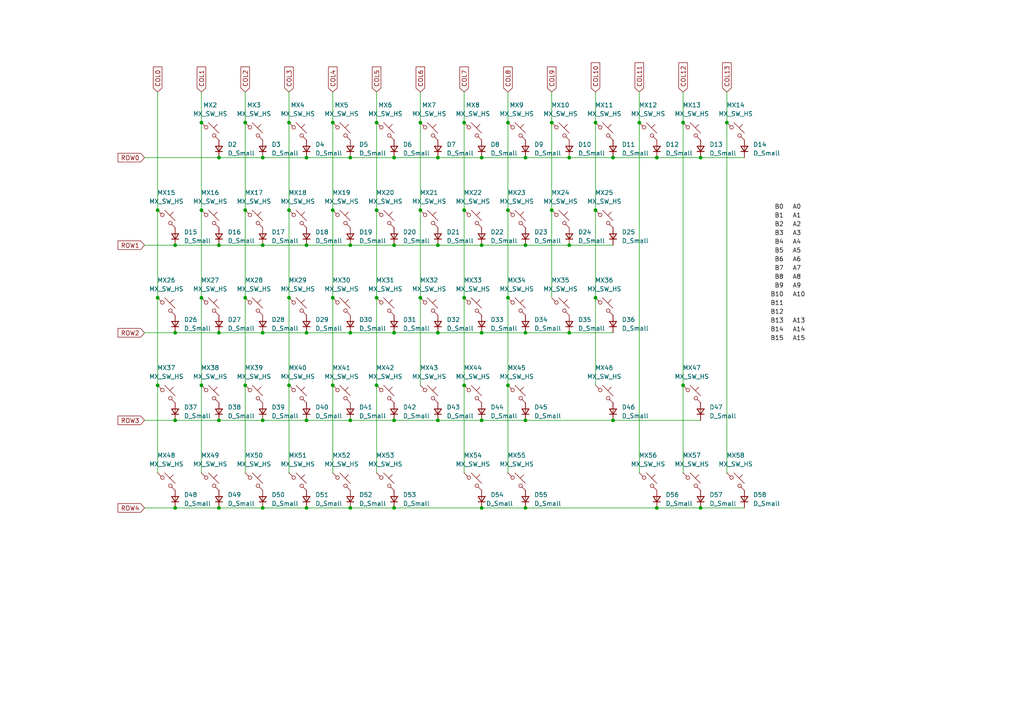
<source format=kicad_sch>
(kicad_sch (version 20231120) (generator "eeschema") (generator_version "8.0")
  (paper "A4")
  (junction (at 76.2 96.52))
  (junction (at 127 71.12))
  (junction (at 76.2 45.72))
  (junction (at 101.6 96.52))
  (junction (at 109.22 86.36))
  (junction (at 147.32 86.36))
  (junction (at 96.52 35.56))
  (junction (at 76.2 71.12))
  (junction (at 147.32 111.76))
  (junction (at 63.5 147.32))
  (junction (at 139.7 45.72))
  (junction (at 71.12 35.56))
  (junction (at 139.7 96.52))
  (junction (at 165.1 96.52))
  (junction (at 114.3 121.92))
  (junction (at 114.3 45.72))
  (junction (at 139.7 147.32))
  (junction (at 83.82 35.56))
  (junction (at 83.82 111.76))
  (junction (at 76.2 121.92))
  (junction (at 127 96.52))
  (junction (at 147.32 60.96))
  (junction (at 58.42 35.56))
  (junction (at 177.8 121.92))
  (junction (at 109.22 60.96))
  (junction (at 58.42 60.96))
  (junction (at 127 45.72))
  (junction (at 96.52 60.96))
  (junction (at 152.4 121.92))
  (junction (at 121.92 86.36))
  (junction (at 172.72 35.56))
  (junction (at 134.62 111.76))
  (junction (at 63.5 121.92))
  (junction (at 83.82 60.96))
  (junction (at 147.32 35.56))
  (junction (at 45.72 60.96))
  (junction (at 172.72 60.96))
  (junction (at 88.9 45.72))
  (junction (at 58.42 111.76))
  (junction (at 88.9 147.32))
  (junction (at 160.02 60.96))
  (junction (at 203.2 45.72))
  (junction (at 134.62 86.36))
  (junction (at 45.72 111.76))
  (junction (at 177.8 45.72))
  (junction (at 152.4 71.12))
  (junction (at 152.4 96.52))
  (junction (at 121.92 60.96))
  (junction (at 71.12 60.96))
  (junction (at 190.5 45.72))
  (junction (at 198.12 35.56))
  (junction (at 198.12 111.76))
  (junction (at 88.9 71.12))
  (junction (at 96.52 86.36))
  (junction (at 63.5 96.52))
  (junction (at 160.02 35.56))
  (junction (at 101.6 45.72))
  (junction (at 172.72 86.36))
  (junction (at 190.5 147.32))
  (junction (at 63.5 71.12))
  (junction (at 50.8 147.32))
  (junction (at 88.9 96.52))
  (junction (at 152.4 45.72))
  (junction (at 127 121.92))
  (junction (at 50.8 71.12))
  (junction (at 101.6 147.32))
  (junction (at 58.42 86.36))
  (junction (at 101.6 71.12))
  (junction (at 165.1 45.72))
  (junction (at 45.72 86.36))
  (junction (at 139.7 71.12))
  (junction (at 185.42 35.56))
  (junction (at 114.3 71.12))
  (junction (at 210.82 35.56))
  (junction (at 152.4 147.32))
  (junction (at 165.1 71.12))
  (junction (at 109.22 35.56))
  (junction (at 114.3 147.32))
  (junction (at 114.3 96.52))
  (junction (at 63.5 45.72))
  (junction (at 203.2 147.32))
  (junction (at 109.22 111.76))
  (junction (at 88.9 121.92))
  (junction (at 134.62 60.96))
  (junction (at 50.8 121.92))
  (junction (at 71.12 111.76))
  (junction (at 71.12 86.36))
  (junction (at 121.92 35.56))
  (junction (at 134.62 35.56))
  (junction (at 96.52 111.76))
  (junction (at 101.6 121.92))
  (junction (at 139.7 121.92))
  (junction (at 83.82 86.36))
  (junction (at 76.2 147.32))
  (junction (at 50.8 96.52))
  (wire (pts (xy 96.52 35.56) (xy 96.52 60.96)))
  (wire (pts (xy 134.62 86.36) (xy 134.62 111.76)))
  (wire (pts (xy 76.2 71.12) (xy 88.9 71.12)))
  (wire (pts (xy 45.72 111.76) (xy 45.72 137.16)))
  (wire (pts (xy 101.6 45.72) (xy 114.3 45.72)))
  (wire (pts (xy 185.42 35.56) (xy 185.42 137.16)))
  (wire (pts (xy 147.32 60.96) (xy 147.32 86.36)))
  (wire (pts (xy 109.22 86.36) (xy 109.22 111.76)))
  (wire (pts (xy 41.91 121.92) (xy 50.8 121.92)))
  (wire (pts (xy 41.91 71.12) (xy 50.8 71.12)))
  (wire (pts (xy 63.5 71.12) (xy 76.2 71.12)))
  (wire (pts (xy 63.5 45.72) (xy 76.2 45.72)))
  (wire (pts (xy 83.82 35.56) (xy 83.82 60.96)))
  (wire (pts (xy 101.6 71.12) (xy 114.3 71.12)))
  (wire (pts (xy 139.7 121.92) (xy 152.4 121.92)))
  (wire (pts (xy 88.9 121.92) (xy 101.6 121.92)))
  (wire (pts (xy 134.62 60.96) (xy 134.62 86.36)))
  (wire (pts (xy 109.22 111.76) (xy 109.22 137.16)))
  (wire (pts (xy 76.2 96.52) (xy 88.9 96.52)))
  (wire (pts (xy 45.72 86.36) (xy 45.72 111.76)))
  (wire (pts (xy 88.9 147.32) (xy 101.6 147.32)))
  (wire (pts (xy 101.6 121.92) (xy 114.3 121.92)))
  (wire (pts (xy 121.92 60.96) (xy 121.92 86.36)))
  (wire (pts (xy 71.12 26.67) (xy 71.12 35.56)))
  (wire (pts (xy 83.82 60.96) (xy 83.82 86.36)))
  (wire (pts (xy 147.32 137.16) (xy 147.32 111.76)))
  (wire (pts (xy 198.12 35.56) (xy 198.12 111.76)))
  (wire (pts (xy 139.7 96.52) (xy 152.4 96.52)))
  (wire (pts (xy 165.1 45.72) (xy 177.8 45.72)))
  (wire (pts (xy 101.6 147.32) (xy 114.3 147.32)))
  (wire (pts (xy 172.72 60.96) (xy 172.72 86.36)))
  (wire (pts (xy 88.9 45.72) (xy 101.6 45.72)))
  (wire (pts (xy 50.8 147.32) (xy 63.5 147.32)))
  (wire (pts (xy 63.5 96.52) (xy 76.2 96.52)))
  (wire (pts (xy 58.42 86.36) (xy 58.42 111.76)))
  (wire (pts (xy 88.9 71.12) (xy 101.6 71.12)))
  (wire (pts (xy 76.2 147.32) (xy 88.9 147.32)))
  (wire (pts (xy 127 96.52) (xy 139.7 96.52)))
  (wire (pts (xy 114.3 147.32) (xy 139.7 147.32)))
  (wire (pts (xy 71.12 35.56) (xy 71.12 60.96)))
  (wire (pts (xy 45.72 60.96) (xy 45.72 86.36)))
  (wire (pts (xy 152.4 147.32) (xy 190.5 147.32)))
  (wire (pts (xy 96.52 60.96) (xy 96.52 86.36)))
  (wire (pts (xy 109.22 26.67) (xy 109.22 35.56)))
  (wire (pts (xy 63.5 121.92) (xy 76.2 121.92)))
  (wire (pts (xy 114.3 96.52) (xy 127 96.52)))
  (wire (pts (xy 109.22 35.56) (xy 109.22 60.96)))
  (wire (pts (xy 139.7 147.32) (xy 152.4 147.32)))
  (wire (pts (xy 50.8 71.12) (xy 63.5 71.12)))
  (wire (pts (xy 160.02 60.96) (xy 160.02 86.36)))
  (wire (pts (xy 41.91 45.72) (xy 63.5 45.72)))
  (wire (pts (xy 83.82 26.67) (xy 83.82 35.56)))
  (wire (pts (xy 147.32 26.67) (xy 147.32 35.56)))
  (wire (pts (xy 172.72 35.56) (xy 172.72 60.96)))
  (wire (pts (xy 50.8 121.92) (xy 63.5 121.92)))
  (wire (pts (xy 172.72 26.67) (xy 172.72 35.56)))
  (wire (pts (xy 134.62 111.76) (xy 134.62 137.16)))
  (wire (pts (xy 210.82 26.67) (xy 210.82 35.56)))
  (wire (pts (xy 41.91 96.52) (xy 50.8 96.52)))
  (wire (pts (xy 172.72 86.36) (xy 172.72 111.76)))
  (wire (pts (xy 58.42 111.76) (xy 58.42 137.16)))
  (wire (pts (xy 83.82 86.36) (xy 83.82 111.76)))
  (wire (pts (xy 139.7 45.72) (xy 152.4 45.72)))
  (wire (pts (xy 76.2 45.72) (xy 88.9 45.72)))
  (wire (pts (xy 127 45.72) (xy 139.7 45.72)))
  (wire (pts (xy 147.32 86.36) (xy 147.32 111.76)))
  (wire (pts (xy 177.8 45.72) (xy 190.5 45.72)))
  (wire (pts (xy 152.4 71.12) (xy 165.1 71.12)))
  (wire (pts (xy 96.52 26.67) (xy 96.52 35.56)))
  (wire (pts (xy 71.12 86.36) (xy 71.12 111.76)))
  (wire (pts (xy 58.42 26.67) (xy 58.42 35.56)))
  (wire (pts (xy 76.2 121.92) (xy 88.9 121.92)))
  (wire (pts (xy 198.12 26.67) (xy 198.12 35.56)))
  (wire (pts (xy 121.92 35.56) (xy 121.92 60.96)))
  (wire (pts (xy 147.32 35.56) (xy 147.32 60.96)))
  (wire (pts (xy 139.7 71.12) (xy 152.4 71.12)))
  (wire (pts (xy 71.12 111.76) (xy 71.12 137.16)))
  (wire (pts (xy 50.8 96.52) (xy 63.5 96.52)))
  (wire (pts (xy 63.5 147.32) (xy 76.2 147.32)))
  (wire (pts (xy 96.52 86.36) (xy 96.52 111.76)))
  (wire (pts (xy 41.91 147.32) (xy 50.8 147.32)))
  (wire (pts (xy 185.42 26.67) (xy 185.42 35.56)))
  (wire (pts (xy 114.3 71.12) (xy 127 71.12)))
  (wire (pts (xy 203.2 147.32) (xy 215.9 147.32)))
  (wire (pts (xy 198.12 111.76) (xy 198.12 137.16)))
  (wire (pts (xy 71.12 60.96) (xy 71.12 86.36)))
  (wire (pts (xy 121.92 26.67) (xy 121.92 35.56)))
  (wire (pts (xy 210.82 35.56) (xy 210.82 137.16)))
  (wire (pts (xy 121.92 86.36) (xy 121.92 111.76)))
  (wire (pts (xy 114.3 121.92) (xy 127 121.92)))
  (wire (pts (xy 152.4 96.52) (xy 165.1 96.52)))
  (wire (pts (xy 190.5 147.32) (xy 203.2 147.32)))
  (wire (pts (xy 165.1 71.12) (xy 177.8 71.12)))
  (wire (pts (xy 58.42 35.56) (xy 58.42 60.96)))
  (wire (pts (xy 177.8 121.92) (xy 203.2 121.92)))
  (wire (pts (xy 101.6 96.52) (xy 114.3 96.52)))
  (wire (pts (xy 134.62 35.56) (xy 134.62 60.96)))
  (wire (pts (xy 45.72 26.67) (xy 45.72 60.96)))
  (wire (pts (xy 134.62 26.67) (xy 134.62 35.56)))
  (wire (pts (xy 58.42 60.96) (xy 58.42 86.36)))
  (wire (pts (xy 88.9 96.52) (xy 101.6 96.52)))
  (wire (pts (xy 127 71.12) (xy 139.7 71.12)))
  (wire (pts (xy 114.3 45.72) (xy 127 45.72)))
  (wire (pts (xy 190.5 45.72) (xy 203.2 45.72)))
  (wire (pts (xy 152.4 45.72) (xy 165.1 45.72)))
  (wire (pts (xy 165.1 96.52) (xy 177.8 96.52)))
  (wire (pts (xy 96.52 111.76) (xy 96.52 137.16)))
  (wire (pts (xy 127 121.92) (xy 139.7 121.92)))
  (wire (pts (xy 160.02 35.56) (xy 160.02 60.96)))
  (wire (pts (xy 109.22 60.96) (xy 109.22 86.36)))
  (wire (pts (xy 160.02 26.67) (xy 160.02 35.56)))
  (wire (pts (xy 83.82 111.76) (xy 83.82 137.16)))
  (wire (pts (xy 203.2 45.72) (xy 215.9 45.72)))
  (wire (pts (xy 152.4 121.92) (xy 177.8 121.92)))
  (label "A2" (at 229.87 66.04 0))
  (label "B10" (at 227.33 86.36 180))
  (label "B1" (at 227.33 63.5 180))
  (label "A8" (at 229.87 81.28 0))
  (label "B14" (at 227.33 96.52 180))
  (label "B5" (at 227.33 73.66 180))
  (label "A13" (at 229.87 93.98 0))
  (label "B9" (at 227.33 83.82 180))
  (label "B12" (at 227.33 91.44 180))
  (label "B15" (at 227.33 99.06 180))
  (label "A4" (at 229.87 71.12 0))
  (label "B13" (at 227.33 93.98 180))
  (label "A0" (at 229.87 60.96 0))
  (label "A7" (at 229.87 78.74 0))
  (label "B2" (at 227.33 66.04 180))
  (label "B0" (at 227.33 60.96 180))
  (label "A3" (at 229.87 68.58 0))
  (label "B11" (at 227.33 88.9 180))
  (label "B6" (at 227.33 76.2 180))
  (label "B4" (at 227.33 71.12 180))
  (label "A14" (at 229.87 96.52 0))
  (label "A6" (at 229.87 76.2 0))
  (label "B3" (at 227.33 68.58 180))
  (label "B7" (at 227.33 78.74 180))
  (label "A15" (at 229.87 99.06 0))
  (label "A10" (at 229.87 86.36 0))
  (label "A1" (at 229.87 63.5 0))
  (label "B8" (at 227.33 81.28 180))
  (label "A9" (at 229.87 83.82 0))
  (label "A5" (at 229.87 73.66 0))
  (global_label "COL3" (shape input) (at 83.82 26.67 90) (property "Intersheetrefs" "${INTERSHEET_REFS}" (effects (hide yes))))
  (global_label "ROW3" (shape input) (at 41.91 121.92 180) (property "Intersheetrefs" "${INTERSHEET_REFS}" (effects (hide yes))))
  (global_label "COL5" (shape input) (at 109.22 26.67 90) (property "Intersheetrefs" "${INTERSHEET_REFS}" (effects (hide yes))))
  (global_label "COL11" (shape input) (at 185.42 26.67 90) (property "Intersheetrefs" "${INTERSHEET_REFS}" (effects (hide yes))))
  (global_label "COL0" (shape input) (at 45.72 26.67 90) (property "Intersheetrefs" "${INTERSHEET_REFS}" (effects (hide yes))))
  (global_label "COL2" (shape input) (at 71.12 26.67 90) (property "Intersheetrefs" "${INTERSHEET_REFS}" (effects (hide yes))))
  (global_label "COL10" (shape input) (at 172.72 26.67 90) (property "Intersheetrefs" "${INTERSHEET_REFS}" (effects (hide yes))))
  (global_label "COL4" (shape input) (at 96.52 26.67 90) (property "Intersheetrefs" "${INTERSHEET_REFS}" (effects (hide yes))))
  (global_label "ROW4" (shape input) (at 41.91 147.32 180) (property "Intersheetrefs" "${INTERSHEET_REFS}" (effects (hide yes))))
  (global_label "COL7" (shape input) (at 134.62 26.67 90) (property "Intersheetrefs" "${INTERSHEET_REFS}" (effects (hide yes))))
  (global_label "COL13" (shape input) (at 210.82 26.67 90) (property "Intersheetrefs" "${INTERSHEET_REFS}" (effects (hide yes))))
  (global_label "COL8" (shape input) (at 147.32 26.67 90) (property "Intersheetrefs" "${INTERSHEET_REFS}" (effects (hide yes))))
  (global_label "ROW2" (shape input) (at 41.91 96.52 180) (property "Intersheetrefs" "${INTERSHEET_REFS}" (effects (hide yes))))
  (global_label "COL12" (shape input) (at 198.12 26.67 90) (property "Intersheetrefs" "${INTERSHEET_REFS}" (effects (hide yes))))
  (global_label "COL6" (shape input) (at 121.92 26.67 90) (property "Intersheetrefs" "${INTERSHEET_REFS}" (effects (hide yes))))
  (global_label "COL9" (shape input) (at 160.02 26.67 90) (property "Intersheetrefs" "${INTERSHEET_REFS}" (effects (hide yes))))
  (global_label "ROW0" (shape input) (at 41.91 45.72 180) (property "Intersheetrefs" "${INTERSHEET_REFS}" (effects (hide yes))))
  (global_label "ROW1" (shape input) (at 41.91 71.12 180) (property "Intersheetrefs" "${INTERSHEET_REFS}" (effects (hide yes))))
  (global_label "COL1" (shape input) (at 58.42 26.67 90) (property "Intersheetrefs" "${INTERSHEET_REFS}" (effects (hide yes))))
  (symbol (lib_id "marbastlib-mx:MX_SW_HS_CPG151101S11") (at 149.86 114.3 0) (unit 1)
    (property "Reference" "MX45" (at 149.86 106.68 0))
    (property "Value" "MX_SW_HS" (at 149.86 109.22 0))
    (property "Footprint" "marbastlib-mx:SW_MX_HS_CPG151101S11_1u" (effects (hide yes)))
    (property "Description" "Push button switch, normally open, two pins, 45° tilted, Kailh CPG151101S11 for Cherry MX style switches" (effects (hide yes)))
  )
  (symbol (lib_id "Device:D_Small") (at 63.5 43.18 90) (unit 1)
    (property "Reference" "D2" (at 66.04 41.9099 90) (effects (justify right)))
    (property "Value" "D_Small" (at 66.04 44.4499 90) (effects (justify right)))
    (property "Footprint" "Diode_SMD:D_SOD-123" (effects (hide yes)))
    (property "Description" "Diode, small symbol" (effects (hide yes)))
    (property "Sim.Device" "D" (effects (hide yes)))
    (property "Sim.Pins" "1=K 2=A" (effects (hide yes)))
  )
  (symbol (lib_id "Device:D_Small") (at 215.9 144.78 90) (unit 1)
    (property "Reference" "D58" (at 218.44 143.5099 90) (effects (justify right)))
    (property "Value" "D_Small" (at 218.44 146.0499 90) (effects (justify right)))
    (property "Footprint" "Diode_SMD:D_SOD-123" (effects (hide yes)))
    (property "Description" "Diode, small symbol" (effects (hide yes)))
    (property "Sim.Device" "D" (effects (hide yes)))
    (property "Sim.Pins" "1=K 2=A" (effects (hide yes)))
  )
  (symbol (lib_id "Device:D_Small") (at 101.6 43.18 90) (unit 1)
    (property "Reference" "D5" (at 104.14 41.9099 90) (effects (justify right)))
    (property "Value" "D_Small" (at 104.14 44.4499 90) (effects (justify right)))
    (property "Footprint" "Diode_SMD:D_SOD-123" (effects (hide yes)))
    (property "Description" "Diode, small symbol" (effects (hide yes)))
    (property "Sim.Device" "D" (effects (hide yes)))
    (property "Sim.Pins" "1=K 2=A" (effects (hide yes)))
  )
  (symbol (lib_id "marbastlib-mx:MX_SW_HS_CPG151101S11") (at 73.66 38.1 0) (unit 1)
    (property "Reference" "MX3" (at 73.66 30.48 0))
    (property "Value" "MX_SW_HS" (at 73.66 33.02 0))
    (property "Footprint" "marbastlib-mx:SW_MX_HS_CPG151101S11_1u" (effects (hide yes)))
    (property "Description" "Push button switch, normally open, two pins, 45° tilted, Kailh CPG151101S11 for Cherry MX style switches" (effects (hide yes)))
  )
  (symbol (lib_id "marbastlib-mx:MX_SW_HS_CPG151101S11") (at 137.16 114.3 0) (unit 1)
    (property "Reference" "MX44" (at 137.16 106.68 0))
    (property "Value" "MX_SW_HS" (at 137.16 109.22 0))
    (property "Footprint" "marbastlib-mx:SW_MX_HS_CPG151101S11_1u" (effects (hide yes)))
    (property "Description" "Push button switch, normally open, two pins, 45° tilted, Kailh CPG151101S11 for Cherry MX style switches" (effects (hide yes)))
  )
  (symbol (lib_id "Device:D_Small") (at 190.5 43.18 90) (unit 1)
    (property "Reference" "D12" (at 193.04 41.9099 90) (effects (justify right)))
    (property "Value" "D_Small" (at 193.04 44.4499 90) (effects (justify right)))
    (property "Footprint" "Diode_SMD:D_SOD-123" (effects (hide yes)))
    (property "Description" "Diode, small symbol" (effects (hide yes)))
    (property "Sim.Device" "D" (effects (hide yes)))
    (property "Sim.Pins" "1=K 2=A" (effects (hide yes)))
  )
  (symbol (lib_id "marbastlib-mx:MX_SW_HS_CPG151101S11") (at 111.76 88.9 0) (unit 1)
    (property "Reference" "MX31" (at 111.76 81.28 0))
    (property "Value" "MX_SW_HS" (at 111.76 83.82 0))
    (property "Footprint" "marbastlib-mx:SW_MX_HS_CPG151101S11_1u" (effects (hide yes)))
    (property "Description" "Push button switch, normally open, two pins, 45° tilted, Kailh CPG151101S11 for Cherry MX style switches" (effects (hide yes)))
  )
  (symbol (lib_id "Device:D_Small") (at 203.2 119.38 90) (unit 1)
    (property "Reference" "D47" (at 205.74 118.1099 90) (effects (justify right)))
    (property "Value" "D_Small" (at 205.74 120.6499 90) (effects (justify right)))
    (property "Footprint" "Diode_SMD:D_SOD-123" (effects (hide yes)))
    (property "Description" "Diode, small symbol" (effects (hide yes)))
    (property "Sim.Device" "D" (effects (hide yes)))
    (property "Sim.Pins" "1=K 2=A" (effects (hide yes)))
  )
  (symbol (lib_id "marbastlib-mx:MX_SW_HS_CPG151101S11") (at 213.36 38.1 0) (unit 1)
    (property "Reference" "MX14" (at 213.36 30.48 0))
    (property "Value" "MX_SW_HS" (at 213.36 33.02 0))
    (property "Footprint" "marbastlib-mx:SW_MX_HS_CPG151101S11_1u" (effects (hide yes)))
    (property "Description" "Push button switch, normally open, two pins, 45° tilted, Kailh CPG151101S11 for Cherry MX style switches" (effects (hide yes)))
  )
  (symbol (lib_id "marbastlib-mx:MX_SW_HS_CPG151101S11") (at 175.26 63.5 0) (unit 1)
    (property "Reference" "MX25" (at 175.26 55.88 0))
    (property "Value" "MX_SW_HS" (at 175.26 58.42 0))
    (property "Footprint" "marbastlib-mx:SW_MX_HS_CPG151101S11_1u" (effects (hide yes)))
    (property "Description" "Push button switch, normally open, two pins, 45° tilted, Kailh CPG151101S11 for Cherry MX style switches" (effects (hide yes)))
  )
  (symbol (lib_id "Device:D_Small") (at 152.4 43.18 90) (unit 1)
    (property "Reference" "D9" (at 154.94 41.9099 90) (effects (justify right)))
    (property "Value" "D_Small" (at 154.94 44.4499 90) (effects (justify right)))
    (property "Footprint" "Diode_SMD:D_SOD-123" (effects (hide yes)))
    (property "Description" "Diode, small symbol" (effects (hide yes)))
    (property "Sim.Device" "D" (effects (hide yes)))
    (property "Sim.Pins" "1=K 2=A" (effects (hide yes)))
  )
  (symbol (lib_id "marbastlib-mx:MX_SW_HS_CPG151101S11") (at 73.66 114.3 0) (unit 1)
    (property "Reference" "MX39" (at 73.66 106.68 0))
    (property "Value" "MX_SW_HS" (at 73.66 109.22 0))
    (property "Footprint" "marbastlib-mx:SW_MX_HS_CPG151101S11_1u" (effects (hide yes)))
    (property "Description" "Push button switch, normally open, two pins, 45° tilted, Kailh CPG151101S11 for Cherry MX style switches" (effects (hide yes)))
  )
  (symbol (lib_id "marbastlib-mx:MX_SW_HS_CPG151101S11") (at 99.06 38.1 0) (unit 1)
    (property "Reference" "MX5" (at 99.06 30.48 0))
    (property "Value" "MX_SW_HS" (at 99.06 33.02 0))
    (property "Footprint" "marbastlib-mx:SW_MX_HS_CPG151101S11_1u" (effects (hide yes)))
    (property "Description" "Push button switch, normally open, two pins, 45° tilted, Kailh CPG151101S11 for Cherry MX style switches" (effects (hide yes)))
  )
  (symbol (lib_id "Device:D_Small") (at 76.2 144.78 90) (unit 1)
    (property "Reference" "D50" (at 78.74 143.5099 90) (effects (justify right)))
    (property "Value" "D_Small" (at 78.74 146.0499 90) (effects (justify right)))
    (property "Footprint" "Diode_SMD:D_SOD-123" (effects (hide yes)))
    (property "Description" "Diode, small symbol" (effects (hide yes)))
    (property "Sim.Device" "D" (effects (hide yes)))
    (property "Sim.Pins" "1=K 2=A" (effects (hide yes)))
  )
  (symbol (lib_id "Device:D_Small") (at 139.7 119.38 90) (unit 1)
    (property "Reference" "D44" (at 142.24 118.1099 90) (effects (justify right)))
    (property "Value" "D_Small" (at 142.24 120.6499 90) (effects (justify right)))
    (property "Footprint" "Diode_SMD:D_SOD-123" (effects (hide yes)))
    (property "Description" "Diode, small symbol" (effects (hide yes)))
    (property "Sim.Device" "D" (effects (hide yes)))
    (property "Sim.Pins" "1=K 2=A" (effects (hide yes)))
  )
  (symbol (lib_id "Device:D_Small") (at 177.8 68.58 90) (unit 1)
    (property "Reference" "D25" (at 180.34 67.3099 90) (effects (justify right)))
    (property "Value" "D_Small" (at 180.34 69.8499 90) (effects (justify right)))
    (property "Footprint" "Diode_SMD:D_SOD-123" (effects (hide yes)))
    (property "Description" "Diode, small symbol" (effects (hide yes)))
    (property "Sim.Device" "D" (effects (hide yes)))
    (property "Sim.Pins" "1=K 2=A" (effects (hide yes)))
  )
  (symbol (lib_id "marbastlib-mx:MX_SW_HS_CPG151101S11") (at 111.76 38.1 0) (unit 1)
    (property "Reference" "MX6" (at 111.76 30.48 0))
    (property "Value" "MX_SW_HS" (at 111.76 33.02 0))
    (property "Footprint" "marbastlib-mx:SW_MX_HS_CPG151101S11_1u" (effects (hide yes)))
    (property "Description" "Push button switch, normally open, two pins, 45° tilted, Kailh CPG151101S11 for Cherry MX style switches" (effects (hide yes)))
  )
  (symbol (lib_id "Device:D_Small") (at 203.2 43.18 90) (unit 1)
    (property "Reference" "D13" (at 205.74 41.9099 90) (effects (justify right)))
    (property "Value" "D_Small" (at 205.74 44.4499 90) (effects (justify right)))
    (property "Footprint" "Diode_SMD:D_SOD-123" (effects (hide yes)))
    (property "Description" "Diode, small symbol" (effects (hide yes)))
    (property "Sim.Device" "D" (effects (hide yes)))
    (property "Sim.Pins" "1=K 2=A" (effects (hide yes)))
  )
  (symbol (lib_id "Device:D_Small") (at 114.3 144.78 90) (unit 1)
    (property "Reference" "D53" (at 116.84 143.5099 90) (effects (justify right)))
    (property "Value" "D_Small" (at 116.84 146.0499 90) (effects (justify right)))
    (property "Footprint" "Diode_SMD:D_SOD-123" (effects (hide yes)))
    (property "Description" "Diode, small symbol" (effects (hide yes)))
    (property "Sim.Device" "D" (effects (hide yes)))
    (property "Sim.Pins" "1=K 2=A" (effects (hide yes)))
  )
  (symbol (lib_id "Device:D_Small") (at 50.8 68.58 90) (unit 1)
    (property "Reference" "D15" (at 53.34 67.3099 90) (effects (justify right)))
    (property "Value" "D_Small" (at 53.34 69.8499 90) (effects (justify right)))
    (property "Footprint" "Diode_SMD:D_SOD-123" (effects (hide yes)))
    (property "Description" "Diode, small symbol" (effects (hide yes)))
    (property "Sim.Device" "D" (effects (hide yes)))
    (property "Sim.Pins" "1=K 2=A" (effects (hide yes)))
  )
  (symbol (lib_id "marbastlib-mx:MX_SW_HS_CPG151101S11") (at 162.56 88.9 0) (unit 1)
    (property "Reference" "MX35" (at 162.56 81.28 0))
    (property "Value" "MX_SW_HS" (at 162.56 83.82 0))
    (property "Footprint" "marbastlib-mx:SW_MX_HS_CPG151101S11_1u" (effects (hide yes)))
    (property "Description" "Push button switch, normally open, two pins, 45° tilted, Kailh CPG151101S11 for Cherry MX style switches" (effects (hide yes)))
  )
  (symbol (lib_id "marbastlib-mx:MX_SW_HS_CPG151101S11") (at 86.36 139.7 0) (unit 1)
    (property "Reference" "MX51" (at 86.36 132.08 0))
    (property "Value" "MX_SW_HS" (at 86.36 134.62 0))
    (property "Footprint" "marbastlib-mx:SW_MX_HS_CPG151101S11_1u" (effects (hide yes)))
    (property "Description" "Push button switch, normally open, two pins, 45° tilted, Kailh CPG151101S11 for Cherry MX style switches" (effects (hide yes)))
  )
  (symbol (lib_id "marbastlib-mx:MX_SW_HS_CPG151101S11") (at 60.96 38.1 0) (unit 1)
    (property "Reference" "MX2" (at 60.96 30.48 0))
    (property "Value" "MX_SW_HS" (at 60.96 33.02 0))
    (property "Footprint" "marbastlib-mx:SW_MX_HS_CPG151101S11_1u" (effects (hide yes)))
    (property "Description" "Push button switch, normally open, two pins, 45° tilted, Kailh CPG151101S11 for Cherry MX style switches" (effects (hide yes)))
  )
  (symbol (lib_id "marbastlib-mx:MX_SW_HS_CPG151101S11") (at 124.46 88.9 0) (unit 1)
    (property "Reference" "MX32" (at 124.46 81.28 0))
    (property "Value" "MX_SW_HS" (at 124.46 83.82 0))
    (property "Footprint" "marbastlib-mx:SW_MX_HS_CPG151101S11_1u" (effects (hide yes)))
    (property "Description" "Push button switch, normally open, two pins, 45° tilted, Kailh CPG151101S11 for Cherry MX style switches" (effects (hide yes)))
  )
  (symbol (lib_id "marbastlib-mx:MX_SW_HS_CPG151101S11") (at 162.56 63.5 0) (unit 1)
    (property "Reference" "MX24" (at 162.56 55.88 0))
    (property "Value" "MX_SW_HS" (at 162.56 58.42 0))
    (property "Footprint" "marbastlib-mx:SW_MX_HS_CPG151101S11_1u" (effects (hide yes)))
    (property "Description" "Push button switch, normally open, two pins, 45° tilted, Kailh CPG151101S11 for Cherry MX style switches" (effects (hide yes)))
  )
  (symbol (lib_id "Device:D_Small") (at 88.9 68.58 90) (unit 1)
    (property "Reference" "D18" (at 91.44 67.3099 90) (effects (justify right)))
    (property "Value" "D_Small" (at 91.44 69.8499 90) (effects (justify right)))
    (property "Footprint" "Diode_SMD:D_SOD-123" (effects (hide yes)))
    (property "Description" "Diode, small symbol" (effects (hide yes)))
    (property "Sim.Device" "D" (effects (hide yes)))
    (property "Sim.Pins" "1=K 2=A" (effects (hide yes)))
  )
  (symbol (lib_id "marbastlib-mx:MX_SW_HS_CPG151101S11") (at 137.16 139.7 0) (unit 1)
    (property "Reference" "MX54" (at 137.16 132.08 0))
    (property "Value" "MX_SW_HS" (at 137.16 134.62 0))
    (property "Footprint" "marbastlib-mx:SW_MX_HS_CPG151101S11_1u" (effects (hide yes)))
    (property "Description" "Push button switch, normally open, two pins, 45° tilted, Kailh CPG151101S11 for Cherry MX style switches" (effects (hide yes)))
  )
  (symbol (lib_id "marbastlib-mx:MX_SW_HS_CPG151101S11") (at 86.36 88.9 0) (unit 1)
    (property "Reference" "MX29" (at 86.36 81.28 0))
    (property "Value" "MX_SW_HS" (at 86.36 83.82 0))
    (property "Footprint" "marbastlib-mx:SW_MX_HS_CPG151101S11_1u" (effects (hide yes)))
    (property "Description" "Push button switch, normally open, two pins, 45° tilted, Kailh CPG151101S11 for Cherry MX style switches" (effects (hide yes)))
  )
  (symbol (lib_id "Device:D_Small") (at 139.7 144.78 90) (unit 1)
    (property "Reference" "D54" (at 142.24 143.5099 90) (effects (justify right)))
    (property "Value" "D_Small" (at 140.97 146.0499 90) (effects (justify right)))
    (property "Footprint" "Diode_SMD:D_SOD-123" (effects (hide yes)))
    (property "Description" "Diode, small symbol" (effects (hide yes)))
    (property "Sim.Device" "D" (effects (hide yes)))
    (property "Sim.Pins" "1=K 2=A" (effects (hide yes)))
  )
  (symbol (lib_id "Device:D_Small") (at 76.2 43.18 90) (unit 1)
    (property "Reference" "D3" (at 78.74 41.9099 90) (effects (justify right)))
    (property "Value" "D_Small" (at 78.74 44.4499 90) (effects (justify right)))
    (property "Footprint" "Diode_SMD:D_SOD-123" (effects (hide yes)))
    (property "Description" "Diode, small symbol" (effects (hide yes)))
    (property "Sim.Device" "D" (effects (hide yes)))
    (property "Sim.Pins" "1=K 2=A" (effects (hide yes)))
  )
  (symbol (lib_id "marbastlib-mx:MX_SW_HS_CPG151101S11") (at 73.66 63.5 0) (unit 1)
    (property "Reference" "MX17" (at 73.66 55.88 0))
    (property "Value" "MX_SW_HS" (at 73.66 58.42 0))
    (property "Footprint" "marbastlib-mx:SW_MX_HS_CPG151101S11_1u" (effects (hide yes)))
    (property "Description" "Push button switch, normally open, two pins, 45° tilted, Kailh CPG151101S11 for Cherry MX style switches" (effects (hide yes)))
  )
  (symbol (lib_id "Device:D_Small") (at 139.7 93.98 90) (unit 1)
    (property "Reference" "D33" (at 142.24 92.7099 90) (effects (justify right)))
    (property "Value" "D_Small" (at 142.24 95.2499 90) (effects (justify right)))
    (property "Footprint" "Diode_SMD:D_SOD-123" (effects (hide yes)))
    (property "Description" "Diode, small symbol" (effects (hide yes)))
    (property "Sim.Device" "D" (effects (hide yes)))
    (property "Sim.Pins" "1=K 2=A" (effects (hide yes)))
  )
  (symbol (lib_id "Device:D_Small") (at 50.8 119.38 90) (unit 1)
    (property "Reference" "D37" (at 53.34 118.1099 90) (effects (justify right)))
    (property "Value" "D_Small" (at 53.34 120.6499 90) (effects (justify right)))
    (property "Footprint" "Diode_SMD:D_SOD-123" (effects (hide yes)))
    (property "Description" "Diode, small symbol" (effects (hide yes)))
    (property "Sim.Device" "D" (effects (hide yes)))
    (property "Sim.Pins" "1=K 2=A" (effects (hide yes)))
  )
  (symbol (lib_id "Device:D_Small") (at 63.5 144.78 90) (unit 1)
    (property "Reference" "D49" (at 66.04 143.5099 90) (effects (justify right)))
    (property "Value" "D_Small" (at 66.04 146.0499 90) (effects (justify right)))
    (property "Footprint" "Diode_SMD:D_SOD-123" (effects (hide yes)))
    (property "Description" "Diode, small symbol" (effects (hide yes)))
    (property "Sim.Device" "D" (effects (hide yes)))
    (property "Sim.Pins" "1=K 2=A" (effects (hide yes)))
  )
  (symbol (lib_id "marbastlib-mx:MX_SW_HS_CPG151101S11") (at 86.36 114.3 0) (unit 1)
    (property "Reference" "MX40" (at 86.36 106.68 0))
    (property "Value" "MX_SW_HS" (at 86.36 109.22 0))
    (property "Footprint" "marbastlib-mx:SW_MX_HS_CPG151101S11_1u" (effects (hide yes)))
    (property "Description" "Push button switch, normally open, two pins, 45° tilted, Kailh CPG151101S11 for Cherry MX style switches" (effects (hide yes)))
  )
  (symbol (lib_id "Device:D_Small") (at 215.9 43.18 90) (unit 1)
    (property "Reference" "D14" (at 218.44 41.9099 90) (effects (justify right)))
    (property "Value" "D_Small" (at 218.44 44.4499 90) (effects (justify right)))
    (property "Footprint" "Diode_SMD:D_SOD-123" (effects (hide yes)))
    (property "Description" "Diode, small symbol" (effects (hide yes)))
    (property "Sim.Device" "D" (effects (hide yes)))
    (property "Sim.Pins" "1=K 2=A" (effects (hide yes)))
  )
  (symbol (lib_id "Device:D_Small") (at 165.1 68.58 90) (unit 1)
    (property "Reference" "D24" (at 167.64 67.3099 90) (effects (justify right)))
    (property "Value" "D_Small" (at 167.64 69.8499 90) (effects (justify right)))
    (property "Footprint" "Diode_SMD:D_SOD-123" (effects (hide yes)))
    (property "Description" "Diode, small symbol" (effects (hide yes)))
    (property "Sim.Device" "D" (effects (hide yes)))
    (property "Sim.Pins" "1=K 2=A" (effects (hide yes)))
  )
  (symbol (lib_id "marbastlib-mx:MX_SW_HS_CPG151101S11") (at 137.16 63.5 0) (unit 1)
    (property "Reference" "MX22" (at 137.16 55.88 0))
    (property "Value" "MX_SW_HS" (at 137.16 58.42 0))
    (property "Footprint" "marbastlib-mx:SW_MX_HS_CPG151101S11_1u" (effects (hide yes)))
    (property "Description" "Push button switch, normally open, two pins, 45° tilted, Kailh CPG151101S11 for Cherry MX style switches" (effects (hide yes)))
  )
  (symbol (lib_id "Device:D_Small") (at 177.8 119.38 90) (unit 1)
    (property "Reference" "D46" (at 180.34 118.1099 90) (effects (justify right)))
    (property "Value" "D_Small" (at 180.34 120.6499 90) (effects (justify right)))
    (property "Footprint" "Diode_SMD:D_SOD-123" (effects (hide yes)))
    (property "Description" "Diode, small symbol" (effects (hide yes)))
    (property "Sim.Device" "D" (effects (hide yes)))
    (property "Sim.Pins" "1=K 2=A" (effects (hide yes)))
  )
  (symbol (lib_id "Device:D_Small") (at 76.2 119.38 90) (unit 1)
    (property "Reference" "D39" (at 78.74 118.1099 90) (effects (justify right)))
    (property "Value" "D_Small" (at 78.74 120.6499 90) (effects (justify right)))
    (property "Footprint" "Diode_SMD:D_SOD-123" (effects (hide yes)))
    (property "Description" "Diode, small symbol" (effects (hide yes)))
    (property "Sim.Device" "D" (effects (hide yes)))
    (property "Sim.Pins" "1=K 2=A" (effects (hide yes)))
  )
  (symbol (lib_id "marbastlib-mx:MX_SW_HS_CPG151101S11") (at 124.46 114.3 0) (unit 1)
    (property "Reference" "MX43" (at 124.46 106.68 0))
    (property "Value" "MX_SW_HS" (at 124.46 109.22 0))
    (property "Footprint" "marbastlib-mx:SW_MX_HS_CPG151101S11_1u" (effects (hide yes)))
    (property "Description" "Push button switch, normally open, two pins, 45° tilted, Kailh CPG151101S11 for Cherry MX style switches" (effects (hide yes)))
  )
  (symbol (lib_id "marbastlib-mx:MX_SW_HS_CPG151101S11") (at 187.96 139.7 0) (unit 1)
    (property "Reference" "MX56" (at 187.96 132.08 0))
    (property "Value" "MX_SW_HS" (at 187.96 134.62 0))
    (property "Footprint" "marbastlib-mx:SW_MX_HS_CPG151101S11_1u" (effects (hide yes)))
    (property "Description" "Push button switch, normally open, two pins, 45° tilted, Kailh CPG151101S11 for Cherry MX style switches" (effects (hide yes)))
  )
  (symbol (lib_id "Device:D_Small") (at 203.2 144.78 90) (unit 1)
    (property "Reference" "D57" (at 205.74 143.5099 90) (effects (justify right)))
    (property "Value" "D_Small" (at 205.74 146.0499 90) (effects (justify right)))
    (property "Footprint" "Diode_SMD:D_SOD-123" (effects (hide yes)))
    (property "Description" "Diode, small symbol" (effects (hide yes)))
    (property "Sim.Device" "D" (effects (hide yes)))
    (property "Sim.Pins" "1=K 2=A" (effects (hide yes)))
  )
  (symbol (lib_id "Device:D_Small") (at 101.6 93.98 90) (unit 1)
    (property "Reference" "D30" (at 104.14 92.7099 90) (effects (justify right)))
    (property "Value" "D_Small" (at 104.14 95.2499 90) (effects (justify right)))
    (property "Footprint" "Diode_SMD:D_SOD-123" (effects (hide yes)))
    (property "Description" "Diode, small symbol" (effects (hide yes)))
    (property "Sim.Device" "D" (effects (hide yes)))
    (property "Sim.Pins" "1=K 2=A" (effects (hide yes)))
  )
  (symbol (lib_id "marbastlib-mx:MX_SW_HS_CPG151101S11") (at 48.26 88.9 0) (unit 1)
    (property "Reference" "MX26" (at 48.26 81.28 0))
    (property "Value" "MX_SW_HS" (at 48.26 83.82 0))
    (property "Footprint" "marbastlib-mx:SW_MX_HS_CPG151101S11_1u" (effects (hide yes)))
    (property "Description" "Push button switch, normally open, two pins, 45° tilted, Kailh CPG151101S11 for Cherry MX style switches" (effects (hide yes)))
  )
  (symbol (lib_id "marbastlib-mx:MX_SW_HS_CPG151101S11") (at 137.16 88.9 0) (unit 1)
    (property "Reference" "MX33" (at 137.16 81.28 0))
    (property "Value" "MX_SW_HS" (at 137.16 83.82 0))
    (property "Footprint" "marbastlib-mx:SW_MX_HS_CPG151101S11_1u" (effects (hide yes)))
    (property "Description" "Push button switch, normally open, two pins, 45° tilted, Kailh CPG151101S11 for Cherry MX style switches" (effects (hide yes)))
  )
  (symbol (lib_id "marbastlib-mx:MX_SW_HS_CPG151101S11") (at 60.96 139.7 0) (unit 1)
    (property "Reference" "MX49" (at 60.96 132.08 0))
    (property "Value" "MX_SW_HS" (at 60.96 134.62 0))
    (property "Footprint" "marbastlib-mx:SW_MX_HS_CPG151101S11_1u" (effects (hide yes)))
    (property "Description" "Push button switch, normally open, two pins, 45° tilted, Kailh CPG151101S11 for Cherry MX style switches" (effects (hide yes)))
  )
  (symbol (lib_id "marbastlib-mx:MX_SW_HS_CPG151101S11") (at 99.06 88.9 0) (unit 1)
    (property "Reference" "MX30" (at 99.06 81.28 0))
    (property "Value" "MX_SW_HS" (at 99.06 83.82 0))
    (property "Footprint" "marbastlib-mx:SW_MX_HS_CPG151101S11_1u" (effects (hide yes)))
    (property "Description" "Push button switch, normally open, two pins, 45° tilted, Kailh CPG151101S11 for Cherry MX style switches" (effects (hide yes)))
  )
  (symbol (lib_id "marbastlib-mx:MX_SW_HS_CPG151101S11") (at 149.86 38.1 0) (unit 1)
    (property "Reference" "MX9" (at 149.86 30.48 0))
    (property "Value" "MX_SW_HS" (at 149.86 33.02 0))
    (property "Footprint" "marbastlib-mx:SW_MX_HS_CPG151101S11_1u" (effects (hide yes)))
    (property "Description" "Push button switch, normally open, two pins, 45° tilted, Kailh CPG151101S11 for Cherry MX style switches" (effects (hide yes)))
  )
  (symbol (lib_id "marbastlib-mx:MX_SW_HS_CPG151101S11") (at 60.96 114.3 0) (unit 1)
    (property "Reference" "MX38" (at 60.96 106.68 0))
    (property "Value" "MX_SW_HS" (at 60.96 109.22 0))
    (property "Footprint" "marbastlib-mx:SW_MX_HS_CPG151101S11_1u" (effects (hide yes)))
    (property "Description" "Push button switch, normally open, two pins, 45° tilted, Kailh CPG151101S11 for Cherry MX style switches" (effects (hide yes)))
  )
  (symbol (lib_id "marbastlib-mx:MX_SW_HS_CPG151101S11") (at 124.46 38.1 0) (unit 1)
    (property "Reference" "MX7" (at 124.46 30.48 0))
    (property "Value" "MX_SW_HS" (at 124.46 33.02 0))
    (property "Footprint" "marbastlib-mx:SW_MX_HS_CPG151101S11_1u" (effects (hide yes)))
    (property "Description" "Push button switch, normally open, two pins, 45° tilted, Kailh CPG151101S11 for Cherry MX style switches" (effects (hide yes)))
  )
  (symbol (lib_id "Device:D_Small") (at 63.5 119.38 90) (unit 1)
    (property "Reference" "D38" (at 66.04 118.1099 90) (effects (justify right)))
    (property "Value" "D_Small" (at 66.04 120.6499 90) (effects (justify right)))
    (property "Footprint" "Diode_SMD:D_SOD-123" (effects (hide yes)))
    (property "Description" "Diode, small symbol" (effects (hide yes)))
    (property "Sim.Device" "D" (effects (hide yes)))
    (property "Sim.Pins" "1=K 2=A" (effects (hide yes)))
  )
  (symbol (lib_id "marbastlib-mx:MX_SW_HS_CPG151101S11") (at 73.66 88.9 0) (unit 1)
    (property "Reference" "MX28" (at 73.66 81.28 0))
    (property "Value" "MX_SW_HS" (at 73.66 83.82 0))
    (property "Footprint" "marbastlib-mx:SW_MX_HS_CPG151101S11_1u" (effects (hide yes)))
    (property "Description" "Push button switch, normally open, two pins, 45° tilted, Kailh CPG151101S11 for Cherry MX style switches" (effects (hide yes)))
  )
  (symbol (lib_id "marbastlib-mx:MX_SW_HS_CPG151101S11") (at 175.26 38.1 0) (unit 1)
    (property "Reference" "MX11" (at 175.26 30.48 0))
    (property "Value" "MX_SW_HS" (at 175.26 33.02 0))
    (property "Footprint" "marbastlib-mx:SW_MX_HS_CPG151101S11_1u" (effects (hide yes)))
    (property "Description" "Push button switch, normally open, two pins, 45° tilted, Kailh CPG151101S11 for Cherry MX style switches" (effects (hide yes)))
  )
  (symbol (lib_id "marbastlib-mx:MX_SW_HS_CPG151101S11") (at 111.76 139.7 0) (unit 1)
    (property "Reference" "MX53" (at 111.76 132.08 0))
    (property "Value" "MX_SW_HS" (at 111.76 134.62 0))
    (property "Footprint" "marbastlib-mx:SW_MX_HS_CPG151101S11_1u" (effects (hide yes)))
    (property "Description" "Push button switch, normally open, two pins, 45° tilted, Kailh CPG151101S11 for Cherry MX style switches" (effects (hide yes)))
  )
  (symbol (lib_id "marbastlib-mx:MX_SW_HS_CPG151101S11") (at 73.66 139.7 0) (unit 1)
    (property "Reference" "MX50" (at 73.66 132.08 0))
    (property "Value" "MX_SW_HS" (at 73.66 134.62 0))
    (property "Footprint" "marbastlib-mx:SW_MX_HS_CPG151101S11_1u" (effects (hide yes)))
    (property "Description" "Push button switch, normally open, two pins, 45° tilted, Kailh CPG151101S11 for Cherry MX style switches" (effects (hide yes)))
  )
  (symbol (lib_id "marbastlib-mx:MX_SW_HS_CPG151101S11") (at 48.26 114.3 0) (unit 1)
    (property "Reference" "MX37" (at 48.26 106.68 0))
    (property "Value" "MX_SW_HS" (at 48.26 109.22 0))
    (property "Footprint" "marbastlib-mx:SW_MX_HS_CPG151101S11_1u" (effects (hide yes)))
    (property "Description" "Push button switch, normally open, two pins, 45° tilted, Kailh CPG151101S11 for Cherry MX style switches" (effects (hide yes)))
  )
  (symbol (lib_id "Device:D_Small") (at 127 43.18 90) (unit 1)
    (property "Reference" "D7" (at 129.54 41.9099 90) (effects (justify right)))
    (property "Value" "D_Small" (at 129.54 44.4499 90) (effects (justify right)))
    (property "Footprint" "Diode_SMD:D_SOD-123" (effects (hide yes)))
    (property "Description" "Diode, small symbol" (effects (hide yes)))
    (property "Sim.Device" "D" (effects (hide yes)))
    (property "Sim.Pins" "1=K 2=A" (effects (hide yes)))
  )
  (symbol (lib_id "marbastlib-mx:MX_SW_HS_CPG151101S11") (at 99.06 114.3 0) (unit 1)
    (property "Reference" "MX41" (at 99.06 106.68 0))
    (property "Value" "MX_SW_HS" (at 99.06 109.22 0))
    (property "Footprint" "marbastlib-mx:SW_MX_HS_CPG151101S11_1u" (effects (hide yes)))
    (property "Description" "Push button switch, normally open, two pins, 45° tilted, Kailh CPG151101S11 for Cherry MX style switches" (effects (hide yes)))
  )
  (symbol (lib_id "Device:D_Small") (at 190.5 144.78 90) (unit 1)
    (property "Reference" "D56" (at 193.04 143.5099 90) (effects (justify right)))
    (property "Value" "D_Small" (at 193.04 146.0499 90) (effects (justify right)))
    (property "Footprint" "Diode_SMD:D_SOD-123" (effects (hide yes)))
    (property "Description" "Diode, small symbol" (effects (hide yes)))
    (property "Sim.Device" "D" (effects (hide yes)))
    (property "Sim.Pins" "1=K 2=A" (effects (hide yes)))
  )
  (symbol (lib_id "Device:D_Small") (at 114.3 43.18 90) (unit 1)
    (property "Reference" "D6" (at 116.84 41.9099 90) (effects (justify right)))
    (property "Value" "D_Small" (at 116.84 44.4499 90) (effects (justify right)))
    (property "Footprint" "Diode_SMD:D_SOD-123" (effects (hide yes)))
    (property "Description" "Diode, small symbol" (effects (hide yes)))
    (property "Sim.Device" "D" (effects (hide yes)))
    (property "Sim.Pins" "1=K 2=A" (effects (hide yes)))
  )
  (symbol (lib_id "marbastlib-mx:MX_SW_HS_CPG151101S11") (at 162.56 38.1 0) (unit 1)
    (property "Reference" "MX10" (at 162.56 30.48 0))
    (property "Value" "MX_SW_HS" (at 162.56 33.02 0))
    (property "Footprint" "marbastlib-mx:SW_MX_HS_CPG151101S11_1u" (effects (hide yes)))
    (property "Description" "Push button switch, normally open, two pins, 45° tilted, Kailh CPG151101S11 for Cherry MX style switches" (effects (hide yes)))
  )
  (symbol (lib_id "marbastlib-mx:MX_SW_HS_CPG151101S11") (at 99.06 63.5 0) (unit 1)
    (property "Reference" "MX19" (at 99.06 55.88 0))
    (property "Value" "MX_SW_HS" (at 99.06 58.42 0))
    (property "Footprint" "marbastlib-mx:SW_MX_HS_CPG151101S11_1u" (effects (hide yes)))
    (property "Description" "Push button switch, normally open, two pins, 45° tilted, Kailh CPG151101S11 for Cherry MX style switches" (effects (hide yes)))
  )
  (symbol (lib_id "marbastlib-mx:MX_SW_HS_CPG151101S11") (at 111.76 63.5 0) (unit 1)
    (property "Reference" "MX20" (at 111.76 55.88 0))
    (property "Value" "MX_SW_HS" (at 111.76 58.42 0))
    (property "Footprint" "marbastlib-mx:SW_MX_HS_CPG151101S11_1u" (effects (hide yes)))
    (property "Description" "Push button switch, normally open, two pins, 45° tilted, Kailh CPG151101S11 for Cherry MX style switches" (effects (hide yes)))
  )
  (symbol (lib_id "Device:D_Small") (at 177.8 93.98 90) (unit 1)
    (property "Reference" "D36" (at 180.34 92.7099 90) (effects (justify right)))
    (property "Value" "D_Small" (at 180.34 95.2499 90) (effects (justify right)))
    (property "Footprint" "Diode_SMD:D_SOD-123" (effects (hide yes)))
    (property "Description" "Diode, small symbol" (effects (hide yes)))
    (property "Sim.Device" "D" (effects (hide yes)))
    (property "Sim.Pins" "1=K 2=A" (effects (hide yes)))
  )
  (symbol (lib_id "Device:D_Small") (at 88.9 43.18 90) (unit 1)
    (property "Reference" "D4" (at 91.44 41.9099 90) (effects (justify right)))
    (property "Value" "D_Small" (at 91.44 44.4499 90) (effects (justify right)))
    (property "Footprint" "Diode_SMD:D_SOD-123" (effects (hide yes)))
    (property "Description" "Diode, small symbol" (effects (hide yes)))
    (property "Sim.Device" "D" (effects (hide yes)))
    (property "Sim.Pins" "1=K 2=A" (effects (hide yes)))
  )
  (symbol (lib_id "Device:D_Small") (at 127 68.58 90) (unit 1)
    (property "Reference" "D21" (at 129.54 67.3099 90) (effects (justify right)))
    (property "Value" "D_Small" (at 129.54 69.8499 90) (effects (justify right)))
    (property "Footprint" "Diode_SMD:D_SOD-123" (effects (hide yes)))
    (property "Description" "Diode, small symbol" (effects (hide yes)))
    (property "Sim.Device" "D" (effects (hide yes)))
    (property "Sim.Pins" "1=K 2=A" (effects (hide yes)))
  )
  (symbol (lib_id "Device:D_Small") (at 139.7 43.18 90) (unit 1)
    (property "Reference" "D8" (at 142.24 41.9099 90) (effects (justify right)))
    (property "Value" "D_Small" (at 142.24 44.4499 90) (effects (justify right)))
    (property "Footprint" "Diode_SMD:D_SOD-123" (effects (hide yes)))
    (property "Description" "Diode, small symbol" (effects (hide yes)))
    (property "Sim.Device" "D" (effects (hide yes)))
    (property "Sim.Pins" "1=K 2=A" (effects (hide yes)))
  )
  (symbol (lib_id "Device:D_Small") (at 127 119.38 90) (unit 1)
    (property "Reference" "D43" (at 129.54 118.1099 90) (effects (justify right)))
    (property "Value" "D_Small" (at 129.54 120.6499 90) (effects (justify right)))
    (property "Footprint" "Diode_SMD:D_SOD-123" (effects (hide yes)))
    (property "Description" "Diode, small symbol" (effects (hide yes)))
    (property "Sim.Device" "D" (effects (hide yes)))
    (property "Sim.Pins" "1=K 2=A" (effects (hide yes)))
  )
  (symbol (lib_id "marbastlib-mx:MX_SW_HS_CPG151101S11") (at 175.26 114.3 0) (unit 1)
    (property "Reference" "MX46" (at 175.26 106.68 0))
    (property "Value" "MX_SW_HS" (at 175.26 109.22 0))
    (property "Footprint" "marbastlib-mx:SW_MX_HS_CPG151101S11_1u" (effects (hide yes)))
    (property "Description" "Push button switch, normally open, two pins, 45° tilted, Kailh CPG151101S11 for Cherry MX style switches" (effects (hide yes)))
  )
  (symbol (lib_id "marbastlib-mx:MX_SW_HS_CPG151101S11") (at 137.16 38.1 0) (unit 1)
    (property "Reference" "MX8" (at 137.16 30.48 0))
    (property "Value" "MX_SW_HS" (at 137.16 33.02 0))
    (property "Footprint" "marbastlib-mx:SW_MX_HS_CPG151101S11_1u" (effects (hide yes)))
    (property "Description" "Push button switch, normally open, two pins, 45° tilted, Kailh CPG151101S11 for Cherry MX style switches" (effects (hide yes)))
  )
  (symbol (lib_id "marbastlib-mx:MX_SW_HS_CPG151101S11") (at 48.26 139.7 0) (unit 1)
    (property "Reference" "MX48" (at 48.26 132.08 0))
    (property "Value" "MX_SW_HS" (at 48.26 134.62 0))
    (property "Footprint" "marbastlib-mx:SW_MX_HS_CPG151101S11_1u" (effects (hide yes)))
    (property "Description" "Push button switch, normally open, two pins, 45° tilted, Kailh CPG151101S11 for Cherry MX style switches" (effects (hide yes)))
  )
  (symbol (lib_id "Device:D_Small") (at 101.6 119.38 90) (unit 1)
    (property "Reference" "D41" (at 104.14 118.1099 90) (effects (justify right)))
    (property "Value" "D_Small" (at 104.14 120.6499 90) (effects (justify right)))
    (property "Footprint" "Diode_SMD:D_SOD-123" (effects (hide yes)))
    (property "Description" "Diode, small symbol" (effects (hide yes)))
    (property "Sim.Device" "D" (effects (hide yes)))
    (property "Sim.Pins" "1=K 2=A" (effects (hide yes)))
  )
  (symbol (lib_id "marbastlib-mx:MX_SW_HS_CPG151101S11") (at 213.36 139.7 0) (unit 1)
    (property "Reference" "MX58" (at 213.36 132.08 0))
    (property "Value" "MX_SW_HS" (at 213.36 134.62 0))
    (property "Footprint" "marbastlib-mx:SW_MX_HS_CPG151101S11_1u" (effects (hide yes)))
    (property "Description" "Push button switch, normally open, two pins, 45° tilted, Kailh CPG151101S11 for Cherry MX style switches" (effects (hide yes)))
  )
  (symbol (lib_id "marbastlib-mx:MX_SW_HS_CPG151101S11") (at 200.66 139.7 0) (unit 1)
    (property "Reference" "MX57" (at 200.66 132.08 0))
    (property "Value" "MX_SW_HS" (at 200.66 134.62 0))
    (property "Footprint" "marbastlib-mx:SW_MX_HS_CPG151101S11_1u" (effects (hide yes)))
    (property "Description" "Push button switch, normally open, two pins, 45° tilted, Kailh CPG151101S11 for Cherry MX style switches" (effects (hide yes)))
  )
  (symbol (lib_id "Device:D_Small") (at 88.9 144.78 90) (unit 1)
    (property "Reference" "D51" (at 91.44 143.5099 90) (effects (justify right)))
    (property "Value" "D_Small" (at 91.44 146.0499 90) (effects (justify right)))
    (property "Footprint" "Diode_SMD:D_SOD-123" (effects (hide yes)))
    (property "Description" "Diode, small symbol" (effects (hide yes)))
    (property "Sim.Device" "D" (effects (hide yes)))
    (property "Sim.Pins" "1=K 2=A" (effects (hide yes)))
  )
  (symbol (lib_id "Device:D_Small") (at 165.1 43.18 90) (unit 1)
    (property "Reference" "D10" (at 167.64 41.9099 90) (effects (justify right)))
    (property "Value" "D_Small" (at 167.64 44.4499 90) (effects (justify right)))
    (property "Footprint" "Diode_SMD:D_SOD-123" (effects (hide yes)))
    (property "Description" "Diode, small symbol" (effects (hide yes)))
    (property "Sim.Device" "D" (effects (hide yes)))
    (property "Sim.Pins" "1=K 2=A" (effects (hide yes)))
  )
  (symbol (lib_id "marbastlib-mx:MX_SW_HS_CPG151101S11") (at 149.86 63.5 0) (unit 1)
    (property "Reference" "MX23" (at 149.86 55.88 0))
    (property "Value" "MX_SW_HS" (at 149.86 58.42 0))
    (property "Footprint" "marbastlib-mx:SW_MX_HS_CPG151101S11_1u" (effects (hide yes)))
    (property "Description" "Push button switch, normally open, two pins, 45° tilted, Kailh CPG151101S11 for Cherry MX style switches" (effects (hide yes)))
  )
  (symbol (lib_id "Device:D_Small") (at 152.4 93.98 90) (unit 1)
    (property "Reference" "D34" (at 154.94 92.7099 90) (effects (justify right)))
    (property "Value" "D_Small" (at 154.94 95.2499 90) (effects (justify right)))
    (property "Footprint" "Diode_SMD:D_SOD-123" (effects (hide yes)))
    (property "Description" "Diode, small symbol" (effects (hide yes)))
    (property "Sim.Device" "D" (effects (hide yes)))
    (property "Sim.Pins" "1=K 2=A" (effects (hide yes)))
  )
  (symbol (lib_id "marbastlib-mx:MX_SW_HS_CPG151101S11") (at 48.26 63.5 0) (unit 1)
    (property "Reference" "MX15" (at 48.26 55.88 0))
    (property "Value" "MX_SW_HS" (at 48.26 58.42 0))
    (property "Footprint" "marbastlib-mx:SW_MX_HS_CPG151101S11_1u" (effects (hide yes)))
    (property "Description" "Push button switch, normally open, two pins, 45° tilted, Kailh CPG151101S11 for Cherry MX style switches" (effects (hide yes)))
  )
  (symbol (lib_id "marbastlib-mx:MX_SW_HS_CPG151101S11") (at 149.86 88.9 0) (unit 1)
    (property "Reference" "MX34" (at 149.86 81.28 0))
    (property "Value" "MX_SW_HS" (at 149.86 83.82 0))
    (property "Footprint" "marbastlib-mx:SW_MX_HS_CPG151101S11_1u" (effects (hide yes)))
    (property "Description" "Push button switch, normally open, two pins, 45° tilted, Kailh CPG151101S11 for Cherry MX style switches" (effects (hide yes)))
  )
  (symbol (lib_id "marbastlib-mx:MX_SW_HS_CPG151101S11") (at 60.96 88.9 0) (unit 1)
    (property "Reference" "MX27" (at 60.96 81.28 0))
    (property "Value" "MX_SW_HS" (at 60.96 83.82 0))
    (property "Footprint" "marbastlib-mx:SW_MX_HS_CPG151101S11_1u" (effects (hide yes)))
    (property "Description" "Push button switch, normally open, two pins, 45° tilted, Kailh CPG151101S11 for Cherry MX style switches" (effects (hide yes)))
  )
  (symbol (lib_id "Device:D_Small") (at 88.9 119.38 90) (unit 1)
    (property "Reference" "D40" (at 91.44 118.1099 90) (effects (justify right)))
    (property "Value" "D_Small" (at 91.44 120.6499 90) (effects (justify right)))
    (property "Footprint" "Diode_SMD:D_SOD-123" (effects (hide yes)))
    (property "Description" "Diode, small symbol" (effects (hide yes)))
    (property "Sim.Device" "D" (effects (hide yes)))
    (property "Sim.Pins" "1=K 2=A" (effects (hide yes)))
  )
  (symbol (lib_id "marbastlib-mx:MX_SW_HS_CPG151101S11") (at 200.66 38.1 0) (unit 1)
    (property "Reference" "MX13" (at 200.66 30.48 0))
    (property "Value" "MX_SW_HS" (at 200.66 33.02 0))
    (property "Footprint" "marbastlib-mx:SW_MX_HS_CPG151101S11_1u" (effects (hide yes)))
    (property "Description" "Push button switch, normally open, two pins, 45° tilted, Kailh CPG151101S11 for Cherry MX style switches" (effects (hide yes)))
  )
  (symbol (lib_id "Device:D_Small") (at 114.3 119.38 90) (unit 1)
    (property "Reference" "D42" (at 116.84 118.1099 90) (effects (justify right)))
    (property "Value" "D_Small" (at 116.84 120.6499 90) (effects (justify right)))
    (property "Footprint" "Diode_SMD:D_SOD-123" (effects (hide yes)))
    (property "Description" "Diode, small symbol" (effects (hide yes)))
    (property "Sim.Device" "D" (effects (hide yes)))
    (property "Sim.Pins" "1=K 2=A" (effects (hide yes)))
  )
  (symbol (lib_id "Device:D_Small") (at 63.5 93.98 90) (unit 1)
    (property "Reference" "D27" (at 66.04 92.7099 90) (effects (justify right)))
    (property "Value" "D_Small" (at 66.04 95.2499 90) (effects (justify right)))
    (property "Footprint" "Diode_SMD:D_SOD-123" (effects (hide yes)))
    (property "Description" "Diode, small symbol" (effects (hide yes)))
    (property "Sim.Device" "D" (effects (hide yes)))
    (property "Sim.Pins" "1=K 2=A" (effects (hide yes)))
  )
  (symbol (lib_id "Device:D_Small") (at 101.6 144.78 90) (unit 1)
    (property "Reference" "D52" (at 104.14 143.5099 90) (effects (justify right)))
    (property "Value" "D_Small" (at 104.14 146.0499 90) (effects (justify right)))
    (property "Footprint" "Diode_SMD:D_SOD-123" (effects (hide yes)))
    (property "Description" "Diode, small symbol" (effects (hide yes)))
    (property "Sim.Device" "D" (effects (hide yes)))
    (property "Sim.Pins" "1=K 2=A" (effects (hide yes)))
  )
  (symbol (lib_id "Device:D_Small") (at 63.5 68.58 90) (unit 1)
    (property "Reference" "D16" (at 66.04 67.3099 90) (effects (justify right)))
    (property "Value" "D_Small" (at 66.04 69.8499 90) (effects (justify right)))
    (property "Footprint" "Diode_SMD:D_SOD-123" (effects (hide yes)))
    (property "Description" "Diode, small symbol" (effects (hide yes)))
    (property "Sim.Device" "D" (effects (hide yes)))
    (property "Sim.Pins" "1=K 2=A" (effects (hide yes)))
  )
  (symbol (lib_id "marbastlib-mx:MX_SW_HS_CPG151101S11") (at 86.36 63.5 0) (unit 1)
    (property "Reference" "MX18" (at 86.36 55.88 0))
    (property "Value" "MX_SW_HS" (at 86.36 58.42 0))
    (property "Footprint" "marbastlib-mx:SW_MX_HS_CPG151101S11_1u" (effects (hide yes)))
    (property "Description" "Push button switch, normally open, two pins, 45° tilted, Kailh CPG151101S11 for Cherry MX style switches" (effects (hide yes)))
  )
  (symbol (lib_id "marbastlib-mx:MX_SW_HS_CPG151101S11") (at 111.76 114.3 0) (unit 1)
    (property "Reference" "MX42" (at 111.76 106.68 0))
    (property "Value" "MX_SW_HS" (at 111.76 109.22 0))
    (property "Footprint" "marbastlib-mx:SW_MX_HS_CPG151101S11_1u" (effects (hide yes)))
    (property "Description" "Push button switch, normally open, two pins, 45° tilted, Kailh CPG151101S11 for Cherry MX style switches" (effects (hide yes)))
  )
  (symbol (lib_id "marbastlib-mx:MX_SW_HS_CPG151101S11") (at 86.36 38.1 0) (unit 1)
    (property "Reference" "MX4" (at 86.36 30.48 0))
    (property "Value" "MX_SW_HS" (at 86.36 33.02 0))
    (property "Footprint" "marbastlib-mx:SW_MX_HS_CPG151101S11_1u" (effects (hide yes)))
    (property "Description" "Push button switch, normally open, two pins, 45° tilted, Kailh CPG151101S11 for Cherry MX style switches" (effects (hide yes)))
  )
  (symbol (lib_id "marbastlib-mx:MX_SW_HS_CPG151101S11") (at 60.96 63.5 0) (unit 1)
    (property "Reference" "MX16" (at 60.96 55.88 0))
    (property "Value" "MX_SW_HS" (at 60.96 58.42 0))
    (property "Footprint" "marbastlib-mx:SW_MX_HS_CPG151101S11_1u" (effects (hide yes)))
    (property "Description" "Push button switch, normally open, two pins, 45° tilted, Kailh CPG151101S11 for Cherry MX style switches" (effects (hide yes)))
  )
  (symbol (lib_id "Device:D_Small") (at 76.2 68.58 90) (unit 1)
    (property "Reference" "D17" (at 78.74 67.3099 90) (effects (justify right)))
    (property "Value" "D_Small" (at 78.74 69.8499 90) (effects (justify right)))
    (property "Footprint" "Diode_SMD:D_SOD-123" (effects (hide yes)))
    (property "Description" "Diode, small symbol" (effects (hide yes)))
    (property "Sim.Device" "D" (effects (hide yes)))
    (property "Sim.Pins" "1=K 2=A" (effects (hide yes)))
  )
  (symbol (lib_id "Device:D_Small") (at 50.8 93.98 90) (unit 1)
    (property "Reference" "D26" (at 53.34 92.7099 90) (effects (justify right)))
    (property "Value" "D_Small" (at 53.34 95.2499 90) (effects (justify right)))
    (property "Footprint" "Diode_SMD:D_SOD-123" (effects (hide yes)))
    (property "Description" "Diode, small symbol" (effects (hide yes)))
    (property "Sim.Device" "D" (effects (hide yes)))
    (property "Sim.Pins" "1=K 2=A" (effects (hide yes)))
  )
  (symbol (lib_id "Device:D_Small") (at 114.3 68.58 90) (unit 1)
    (property "Reference" "D20" (at 116.84 67.3099 90) (effects (justify right)))
    (property "Value" "D_Small" (at 116.84 69.8499 90) (effects (justify right)))
    (property "Footprint" "Diode_SMD:D_SOD-123" (effects (hide yes)))
    (property "Description" "Diode, small symbol" (effects (hide yes)))
    (property "Sim.Device" "D" (effects (hide yes)))
    (property "Sim.Pins" "1=K 2=A" (effects (hide yes)))
  )
  (symbol (lib_id "marbastlib-mx:MX_SW_HS_CPG151101S11") (at 124.46 63.5 0) (unit 1)
    (property "Reference" "MX21" (at 124.46 55.88 0))
    (property "Value" "MX_SW_HS" (at 124.46 58.42 0))
    (property "Footprint" "marbastlib-mx:SW_MX_HS_CPG151101S11_1u" (effects (hide yes)))
    (property "Description" "Push button switch, normally open, two pins, 45° tilted, Kailh CPG151101S11 for Cherry MX style switches" (effects (hide yes)))
  )
  (symbol (lib_id "Device:D_Small") (at 127 93.98 90) (unit 1)
    (property "Reference" "D32" (at 129.54 92.7099 90) (effects (justify right)))
    (property "Value" "D_Small" (at 129.54 95.2499 90) (effects (justify right)))
    (property "Footprint" "Diode_SMD:D_SOD-123" (effects (hide yes)))
    (property "Description" "Diode, small symbol" (effects (hide yes)))
    (property "Sim.Device" "D" (effects (hide yes)))
    (property "Sim.Pins" "1=K 2=A" (effects (hide yes)))
  )
  (symbol (lib_id "marbastlib-mx:MX_SW_HS_CPG151101S11") (at 200.66 114.3 0) (unit 1)
    (property "Reference" "MX47" (at 200.66 106.68 0))
    (property "Value" "MX_SW_HS" (at 200.66 109.22 0))
    (property "Footprint" "marbastlib-mx:SW_MX_HS_CPG151101S11_1u" (effects (hide yes)))
    (property "Description" "Push button switch, normally open, two pins, 45° tilted, Kailh CPG151101S11 for Cherry MX style switches" (effects (hide yes)))
  )
  (symbol (lib_id "Device:D_Small") (at 114.3 93.98 90) (unit 1)
    (property "Reference" "D31" (at 116.84 92.7099 90) (effects (justify right)))
    (property "Value" "D_Small" (at 116.84 95.2499 90) (effects (justify right)))
    (property "Footprint" "Diode_SMD:D_SOD-123" (effects (hide yes)))
    (property "Description" "Diode, small symbol" (effects (hide yes)))
    (property "Sim.Device" "D" (effects (hide yes)))
    (property "Sim.Pins" "1=K 2=A" (effects (hide yes)))
  )
  (symbol (lib_id "Device:D_Small") (at 76.2 93.98 90) (unit 1)
    (property "Reference" "D28" (at 78.74 92.7099 90) (effects (justify right)))
    (property "Value" "D_Small" (at 78.74 95.2499 90) (effects (justify right)))
    (property "Footprint" "Diode_SMD:D_SOD-123" (effects (hide yes)))
    (property "Description" "Diode, small symbol" (effects (hide yes)))
    (property "Sim.Device" "D" (effects (hide yes)))
    (property "Sim.Pins" "1=K 2=A" (effects (hide yes)))
  )
  (symbol (lib_id "Device:D_Small") (at 50.8 144.78 90) (unit 1)
    (property "Reference" "D48" (at 53.34 143.5099 90) (effects (justify right)))
    (property "Value" "D_Small" (at 53.34 146.0499 90) (effects (justify right)))
    (property "Footprint" "Diode_SMD:D_SOD-123" (effects (hide yes)))
    (property "Description" "Diode, small symbol" (effects (hide yes)))
    (property "Sim.Device" "D" (effects (hide yes)))
    (property "Sim.Pins" "1=K 2=A" (effects (hide yes)))
  )
  (symbol (lib_id "Device:D_Small") (at 139.7 68.58 90) (unit 1)
    (property "Reference" "D22" (at 142.24 67.3099 90) (effects (justify right)))
    (property "Value" "D_Small" (at 142.24 69.8499 90) (effects (justify right)))
    (property "Footprint" "Diode_SMD:D_SOD-123" (effects (hide yes)))
    (property "Description" "Diode, small symbol" (effects (hide yes)))
    (property "Sim.Device" "D" (effects (hide yes)))
    (property "Sim.Pins" "1=K 2=A" (effects (hide yes)))
  )
  (symbol (lib_id "marbastlib-mx:MX_SW_HS_CPG151101S11") (at 99.06 139.7 0) (unit 1)
    (property "Reference" "MX52" (at 99.06 132.08 0))
    (property "Value" "MX_SW_HS" (at 99.06 134.62 0))
    (property "Footprint" "marbastlib-mx:SW_MX_HS_CPG151101S11_1u" (effects (hide yes)))
    (property "Description" "Push button switch, normally open, two pins, 45° tilted, Kailh CPG151101S11 for Cherry MX style switches" (effects (hide yes)))
  )
  (symbol (lib_id "Device:D_Small") (at 152.4 119.38 90) (unit 1)
    (property "Reference" "D45" (at 154.94 118.1099 90) (effects (justify right)))
    (property "Value" "D_Small" (at 154.94 120.6499 90) (effects (justify right)))
    (property "Footprint" "Diode_SMD:D_SOD-123" (effects (hide yes)))
    (property "Description" "Diode, small symbol" (effects (hide yes)))
    (property "Sim.Device" "D" (effects (hide yes)))
    (property "Sim.Pins" "1=K 2=A" (effects (hide yes)))
  )
  (symbol (lib_id "Device:D_Small") (at 152.4 144.78 90) (unit 1)
    (property "Reference" "D55" (at 154.94 143.5099 90) (effects (justify right)))
    (property "Value" "D_Small" (at 154.94 146.0499 90) (effects (justify right)))
    (property "Footprint" "Diode_SMD:D_SOD-123" (effects (hide yes)))
    (property "Description" "Diode, small symbol" (effects (hide yes)))
    (property "Sim.Device" "D" (effects (hide yes)))
    (property "Sim.Pins" "1=K 2=A" (effects (hide yes)))
  )
  (symbol (lib_id "marbastlib-mx:MX_SW_HS_CPG151101S11") (at 187.96 38.1 0) (unit 1)
    (property "Reference" "MX12" (at 187.96 30.48 0))
    (property "Value" "MX_SW_HS" (at 187.96 33.02 0))
    (property "Footprint" "marbastlib-mx:SW_MX_HS_CPG151101S11_1u" (effects (hide yes)))
    (property "Description" "Push button switch, normally open, two pins, 45° tilted, Kailh CPG151101S11 for Cherry MX style switches" (effects (hide yes)))
  )
  (symbol (lib_id "Device:D_Small") (at 152.4 68.58 90) (unit 1)
    (property "Reference" "D23" (at 154.94 67.3099 90) (effects (justify right)))
    (property "Value" "D_Small" (at 154.94 69.8499 90) (effects (justify right)))
    (property "Footprint" "Diode_SMD:D_SOD-123" (effects (hide yes)))
    (property "Description" "Diode, small symbol" (effects (hide yes)))
    (property "Sim.Device" "D" (effects (hide yes)))
    (property "Sim.Pins" "1=K 2=A" (effects (hide yes)))
  )
  (symbol (lib_id "marbastlib-mx:MX_SW_HS_CPG151101S11") (at 175.26 88.9 0) (unit 1)
    (property "Reference" "MX36" (at 175.26 81.28 0))
    (property "Value" "MX_SW_HS" (at 175.26 83.82 0))
    (property "Footprint" "marbastlib-mx:SW_MX_HS_CPG151101S11_1u" (effects (hide yes)))
    (property "Description" "Push button switch, normally open, two pins, 45° tilted, Kailh CPG151101S11 for Cherry MX style switches" (effects (hide yes)))
  )
  (symbol (lib_id "Device:D_Small") (at 177.8 43.18 90) (unit 1)
    (property "Reference" "D11" (at 180.34 41.9099 90) (effects (justify right)))
    (property "Value" "D_Small" (at 180.34 44.4499 90) (effects (justify right)))
    (property "Footprint" "Diode_SMD:D_SOD-123" (effects (hide yes)))
    (property "Description" "Diode, small symbol" (effects (hide yes)))
    (property "Sim.Device" "D" (effects (hide yes)))
    (property "Sim.Pins" "1=K 2=A" (effects (hide yes)))
  )
  (symbol (lib_id "Device:D_Small") (at 88.9 93.98 90) (unit 1)
    (property "Reference" "D29" (at 91.44 92.7099 90) (effects (justify right)))
    (property "Value" "D_Small" (at 91.44 95.2499 90) (effects (justify right)))
    (property "Footprint" "Diode_SMD:D_SOD-123" (effects (hide yes)))
    (property "Description" "Diode, small symbol" (effects (hide yes)))
    (property "Sim.Device" "D" (effects (hide yes)))
    (property "Sim.Pins" "1=K 2=A" (effects (hide yes)))
  )
  (symbol (lib_id "Device:D_Small") (at 101.6 68.58 90) (unit 1)
    (property "Reference" "D19" (at 104.14 67.3099 90) (effects (justify right)))
    (property "Value" "D_Small" (at 104.14 69.8499 90) (effects (justify right)))
    (property "Footprint" "Diode_SMD:D_SOD-123" (effects (hide yes)))
    (property "Description" "Diode, small symbol" (effects (hide yes)))
    (property "Sim.Device" "D" (effects (hide yes)))
    (property "Sim.Pins" "1=K 2=A" (effects (hide yes)))
  )
  (symbol (lib_id "Device:D_Small") (at 165.1 93.98 90) (unit 1)
    (property "Reference" "D35" (at 167.64 92.7099 90) (effects (justify right)))
    (property "Value" "D_Small" (at 167.64 95.2499 90) (effects (justify right)))
    (property "Footprint" "Diode_SMD:D_SOD-123" (effects (hide yes)))
    (property "Description" "Diode, small symbol" (effects (hide yes)))
    (property "Sim.Device" "D" (effects (hide yes)))
    (property "Sim.Pins" "1=K 2=A" (effects (hide yes)))
  )
  (symbol (lib_id "marbastlib-mx:MX_SW_HS_CPG151101S11") (at 149.86 139.7 0) (unit 1)
    (property "Reference" "MX55" (at 149.86 132.08 0))
    (property "Value" "MX_SW_HS" (at 149.86 134.62 0))
    (property "Footprint" "marbastlib-mx:SW_MX_HS_CPG151101S11_1u" (effects (hide yes)))
    (property "Description" "Push button switch, normally open, two pins, 45° tilted, Kailh CPG151101S11 for Cherry MX style switches" (effects (hide yes)))
  )
)
</source>
